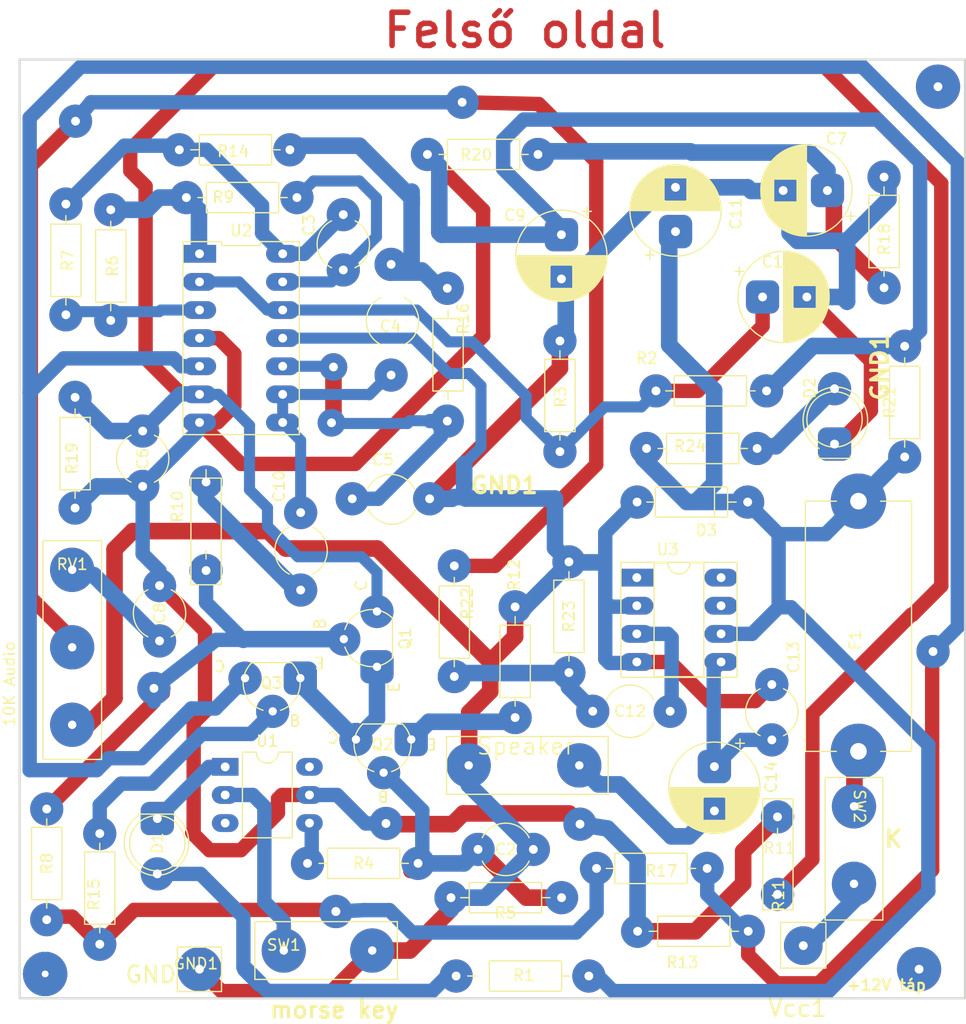
<source format=kicad_pcb>
(kicad_pcb (version 20221018) (generator pcbnew)
  (title_block (title "Sidetone-morse-voice-generator") (date "2024-02-06") (rev "0"))
  (layers (0 "F.Cu" signal) (31 "B.Cu" signal) (34 "B.Paste" user) (35 "F.Paste" user) (36 "B.SilkS" user "B.Silkscreen") (37 "F.SilkS" user "F.Silkscreen") (38 "B.Mask" user) (39 "F.Mask" user) (44 "Edge.Cuts" user))
  (net 0 "")
  (net 1 "GNDD")
  (net 2 "Net-(U2D--)")
  (net 3 "Net-(C4-Pad2)")
  (net 4 "VCC")
  (net 5 "Net-(4-8ohm1-Pad1)")
  (net 6 "Net-(SW2A-A)")
  (net 7 "Net-(Q1-E)")
  (net 8 "Net-(R4-Pad1)")
  (net 9 "Net-(D2-A)")
  (footprint "000_Other_Device:Kapcsolo_Pad_Group_2Pin_P7mm" (layer "F.Cu") (at 190.410519 118.813171 -90)
    (fp_text reference "SW2")
    (fp_text value "On/off")
  )
  (footprint "000_Capacitor:C_Radial_Ceramic_D4.5mm_P5.00mm" (layer "F.Cu") (at 156.417314 122.704366)
    (fp_text reference "C2")
    (fp_text value "20nF")
  )
  (footprint "000_Capacitor:C_Radial_Ceramic_D4.5mm_P5.00mm" (layer "F.Cu") (at 126.090442 84.908599 -90)
    (fp_text reference "C6")
    (fp_text value "10nF")
  )
  (footprint "000_Resistor:R_Axial_L6.3mm_D2.5mm_P10.0mm_Horizontal" (layer "F.Cu") (at 154.268118 97.087536 -90)
    (fp_text reference "R22")
    (fp_text value "15K")
  )
  (footprint "000_IC:DIP-14_LM324" (layer "F.Cu") (at 134.9902 76.515623 -90)
    (fp_text reference "U2")
    (fp_text value "LM324")
  )
  (footprint "000_Diode:LED_D5.0mm_P5.0_Clear" (layer "F.Cu") (at 188.651756 86.086053 90)
    (fp_text reference "D2")
    (fp_text value "Power (Green)")
  )
  (footprint "000_Capacitor:C_Radial_Ceramic_D4.5mm_P5.00mm" (layer "F.Cu") (at 140.376039 92.272996 -90)
    (fp_text reference "C10")
    (fp_text value "100nF")
  )
  (footprint "000_Capacitor:CP_Radial_Elektrolit_D8.0mm_P4.0mm_H12" (layer "F.Cu") (at 177.788441 115.225614 -90)
    (fp_text reference "C14")
    (fp_text value "100uF/16V")
  )
  (footprint "000_Transistor:TO-92_Kis_Muanyag_Hazas_Transistor" (layer "F.Cu") (at 147.277889 106.207073 90)
    (fp_text reference "Q1")
    (fp_text value "2N3904")
  )
  (footprint "000_Capacitor:CP_Radial_Elektrolit_D8.0mm_P4.0mm_H12" (layer "F.Cu") (at 182.146434 72.797679)
    (fp_text reference "C1")
    (fp_text value "100uF/16V")
  )
  (footprint "000_Resistor:R_Axial_L6.3mm_D2.5mm_P10.0mm_Horizontal" (layer "F.Cu") (at 180.797824 91.325177 180)
    (fp_text reference "D3")
    (fp_text value "1N4001")
  )
  (footprint "000_Other_Device:+Vcc" (layer "F.Cu") (at 185.826568 131.399613)
    (fp_text reference "Vcc1")
    (fp_text value "~")
  )
  (footprint "000_Resistor:Potenciometer_4Pin_P7mm" (layer "F.Cu") (at 119.715931 97.446373)
    (fp_text reference "RV1")
    (fp_text value "10K Audio")
  )
  (footprint "000_Resistor:R_Axial_L6.3mm_D2.5mm_P10.0mm_Horizontal" (layer "F.Cu") (at 123.202945 64.917871 -90)
    (fp_text reference "R6")
    (fp_text value "100K")
  )
  (footprint "000_Resistor:R_Axial_L6.3mm_D2.5mm_P10.0mm_Horizontal" (layer "F.Cu") (at 178.256399 78.880271 180)
    (fp_text reference "R2")
    (fp_text value "10 K")
  )
  (footprint "000_Resistor:R_Axial_L6.3mm_D2.5mm_P10.0mm_Horizontal" (layer "F.Cu") (at 183.495857 119.766175 -90)
    (fp_text reference "R11")
    (fp_text value "22 K")
  )
  (footprint "000_Capacitor:CP_Radial_Elektrolit_D8.0mm_P4.0mm_H12" (layer "F.Cu") (at 174.271106 66.88868 90)
    (fp_text reference "C11")
    (fp_text value "100uF/16V")
  )
  (footprint "000_Resistor:R_Axial_L6.3mm_D2.5mm_P10.0mm_Horizontal" (layer "F.Cu") (at 171.652112 86.484213)
    (fp_text reference "R24")
    (fp_text value "1K")
  )
  (footprint "000_Other_Device:GND" (layer "F.Cu") (at 131.221391 133.527714)
    (fp_text reference "GND1")
    (fp_text value "~")
  )
  (footprint "000_Resistor:R_Axial_L6.3mm_D2.5mm_P10.0mm_Horizontal" (layer "F.Cu") (at 119.976935 81.865448 -90)
    (fp_text reference "R19")
    (fp_text value "10K")
  )
  (footprint "000_Other_Device:Fuseholder_22x10mm_Horizontal" (layer "F.Cu") (at 190.814592 91.244673 -90)
    (fp_text reference "F1")
    (fp_text value "1A")
  )
  (footprint "000_Resistor:R_Axial_L6.3mm_D2.5mm_P10.0mm_Horizontal" (layer "F.Cu") (at 122.208876 131.274585 90)
    (fp_text reference "R15")
    (fp_text value "330")
  )
  (footprint "000_Resistor:R_Axial_L6.3mm_D2.5mm_P10.0mm_Horizontal" (layer "F.Cu") (at 159.719168 124.664627 180)
    (fp_text reference "R5")
    (fp_text value "220 K")
  )
  (footprint "000_Resistor:R_Axial_L6.3mm_D2.5mm_P10.0mm_Horizontal" (layer "F.Cu") (at 151.83888 59.919098)
    (fp_text reference "R20")
    (fp_text value "10K")
  )
  (footprint "000_Resistor:R_Axial_L6.3mm_D2.5mm_P10.0mm_Horizontal" (layer "F.Cu") (at 117.413425 129.054791 90)
    (fp_text reference "R8")
    (fp_text value "330")
  )
  (footprint "000_Transistor:TO-92_Kis_Muanyag_Hazas_Transistor" (layer "F.Cu") (at 140.346955 107.233582 180)
    (fp_text reference "Q3")
    (fp_text value "2N3904")
  )
  (footprint "000_Capacitor:CP_Radial_Elektrolit_D8.0mm_P4.0mm_H12" (layer "F.Cu") (at 163.954416 67.168888 -90)
    (fp_text reference "C9")
    (fp_text value "100uF/16V")
  )
  (footprint "000_Diode:LED_D5.0mm_P5.0_Clear" (layer "F.Cu") (at 127.414453 119.915707 -90)
    (fp_text reference "D1")
    (fp_text value "Red")
  )
  (footprint "000_Resistor:R_Axial_L6.3mm_D2.5mm_P10.0mm_Horizontal" (layer "F.Cu") (at 194.994471 77.246832 -90)
    (fp_text reference "R21")
    (fp_text value "10")
  )
  (footprint "000_Resistor:R_Axial_L6.3mm_D2.5mm_P10.0mm_Horizontal" (layer "F.Cu") (at 164.634792 106.729565 90)
    (fp_text reference "R23")
    (fp_text value "1K")
  )
  (footprint "000_Resistor:R_Axial_L6.3mm_D2.5mm_P10.0mm_Horizontal" (layer "F.Cu") (at 153.636247 72.0101 -90)
    (fp_text reference "R16")
    (fp_text value "33K")
  )
  (footprint "000_Resistor:R_Axial_L6.3mm_D2.5mm_P10.0mm_Horizontal" (layer "F.Cu") (at 154.43597 134.143306)
    (fp_text reference "R1")
    (fp_text value "750")
  )
  (footprint "000_Resistor:R_Axial_L6.3mm_D2.5mm_P10.0mm_Horizontal" (layer "F.Cu") (at 140.994892 123.96538)
    (fp_text reference "R4")
    (fp_text value "220 K")
  )
  (footprint "000_Resistor:R_Axial_L6.3mm_D2.5mm_P10.0mm_Horizontal" (layer "F.Cu") (at 129.402139 59.500171)
    (fp_text reference "R14")
    (fp_text value "33K")
  )
  (footprint "000_Resistor:R_Axial_L6.3mm_D2.5mm_P10.0mm_Horizontal" (layer "F.Cu") (at 159.768859 110.792774 90)
    (fp_text reference "R12")
    (fp_text value "22 K")
  )
  (footprint "000_Resistor:R_Axial_L6.3mm_D2.5mm_P10.0mm_Horizontal" (layer "F.Cu") (at 170.846268 130.100843)
    (fp_text reference "R13")
    (fp_text value "22 K")
  )
  (footprint "000_Resistor:R_Axial_L6.3mm_D2.5mm_P10.0mm_Horizontal" (layer "F.Cu") (at 119.147849 64.40479 -90)
    (fp_text reference "R7")
    (fp_text value "47K")
  )
  (footprint "000_Resistor:R_Axial_L6.3mm_D2.5mm_P10.0mm_Horizontal" (layer "F.Cu") (at 193.129813 71.963634 90)
    (fp_text reference "R18")
    (fp_text value "10K")
  )
  (footprint "000_IC:DIP-8_W7.62mm_Socket_LongPads" (layer "F.Cu") (at 170.772729 98.151761)
    (fp_text reference "U3")
    (fp_text value "LM386")
  )
  (footprint "000_Resistor:R_Axial_L6.3mm_D2.5mm_P10.0mm_Horizontal" (layer "F.Cu") (at 163.820161 86.770175 90)
    (fp_text reference "R3")
    (fp_text value "10 K")
  )
  (footprint "000_Resistor:R_Axial_L6.3mm_D2.5mm_P10.0mm_Horizontal" (layer "F.Cu") (at 131.82326 97.511118 90)
    (fp_text reference "R10")
    (fp_text value "10K")
  )
  (footprint "000_Capacitor:CP_Radial_Elektrolit_D8.0mm_P4.0mm_H12" (layer "F.Cu") (at 188.006792 63.180281 180)
    (fp_text reference "C7")
    (fp_text value "100uF/16V")
  )
  (footprint "000_Capacitor:C_Radial_Ceramic_D4.5mm_P5.00mm" (layer "F.Cu") (at 127.61483 98.870765 -90)
    (fp_text reference "C8")
    (fp_text value "100nF")
  )
  (footprint "000_Capacitor:C_Radial_Ceramic_D4.5mm_P5.00mm" (layer "F.Cu") (at 182.983028 112.809709 90)
    (fp_text reference "C13")
    (fp_text value "200nF")
  )
  (footprint "000_Capacitor:C_Radial_Ceramic_D4.5mm_P5.00mm" (layer "F.Cu") (at 144.2302 65.355623 -90)
    (fp_text reference "C3")
    (fp_text value "10 nF" hide)
  )
  (footprint "000_Resistor:R_Axial_L6.3mm_D2.5mm_P10.0mm_Horizontal" (layer "F.Cu") (at 130.0402 63.815623)
    (fp_text reference "R9")
    (fp_text value "100K" hide)
  )
  (footprint "000_Capacitor:C_Radial_Ceramic_D4.5mm_P5.00mm" (layer "F.Cu") (at 148.55466 79.852191 90)
    (fp_text reference "C4")
    (fp_text value "20nF")
  )
  (footprint "000_Other_Device:Morse_Key_Pad_Group_2Pin_P7mm" (layer "F.Cu") (at 138.847499 131.841191)
    (fp_text reference "SW1")
    (fp_text value "morse key" hide)
  )
  (footprint "000_Transistor:TO-92_Kis_Muanyag_Hazas_Transistor" (layer "F.Cu") (at 150.376039 112.772996 180)
    (fp_text reference "Q2")
    (fp_text value "2N3904")
  )
  (footprint "000_IC:DIP-6_W7.62mm_LongPads" (layer "F.Cu") (at 133.551039 115.247996)
    (fp_text reference "U1")
    (fp_text value "4N35")
  )
  (footprint "000_Other_Device:Hangszoro" (layer "F.Cu") (at 165.57109 115.116404 180)
    (fp_text reference "4-8ohm1" hide)
    (fp_text value "Speaker")
  )
  (footprint "000_Resistor:R_Axial_L6.3mm_D2.5mm_P10.0mm_Horizontal" (layer "F.Cu") (at 177.130719 124.422155 180)
    (fp_text reference "R17")
    (fp_text value "10K")
  )
  (footprint "000_Capacitor:C_Radial_Ceramic_D4.5mm_P5.00mm" (layer "F.Cu") (at 166.788441 110.225614)
    (fp_text reference "C12")
    (fp_text value "100nF")
  )
  (footprint "000_Capacitor:C_Radial_Ceramic_D4.5mm_P5.00mm" (layer "F.Cu") (at 145.03806 91.027397)
    (fp_text reference "C5")
    (fp_text value "10nF")
  )
  (gr_rect (start 114.964195 51.343209) (end 200.450807 136.154213) (stroke (width 0.2)) (fill none) (layer "Edge.Cuts"))
  (gr_text "Felső oldal" (at 147.59889 50.46677) (layer "F.Cu") (effects (font (size 3 3) (thickness 0.5) bold) (justify left bottom)))
  (gr_text "morse key" (at 137.43677 138.074254) (layer "F.SilkS") (effects (font (size 1.5 1.5) (thickness 0.3) bold) (justify left bottom)))
  (gr_text "GND" (at 124.411008 134.889103) (layer "F.SilkS") (effects (font (size 1.5 1.5) (thickness 0.2) bold) (justify left bottom)))
  (gr_text "+12V táp" (at 189.636751 135.56038) (layer "F.SilkS") (effects (font (size 1 1) (thickness 0.2) bold) (justify left bottom)))
  (gr_text "K" (at 193.020519 122.643171) (layer "F.SilkS") (effects (font (size 1.5 1.5) (thickness 0.3) bold) (justify left bottom)))
  (gr_text "GND1" (at 155.59638 90.675035) (layer "F.SilkS") (effects (font (size 1.5 1.5) (thickness 0.3) bold) (justify left bottom)))
  (gr_text "GND1" (at 193.624471 82.326832 90) (layer "F.SilkS") (effects (font (size 1.5 1.5) (thickness 0.3) bold) (justify left bottom)))
  (gr_text "R11" (at 182.161169 123.162726) (layer "F.SilkS") (effects (font (size 1 1) (thickness 0.1)) (justify left bottom)))
  (via (at 117.270994 133.957497) (size 4) (drill 0.6) (layers "F.Cu" "B.Cu") (net 0))
  (via (at 198.009001 53.798756) (size 4) (drill 0.8) (layers "F.Cu" "B.Cu") (net 0))
  (via (at 117.270994 133.957497) (size 4) (drill 0.6) (layers "F.Cu" "B.Cu") (net 0))
  (via (at 196.2968 133.527471) (size 4) (drill 0.8) (layers "F.Cu" "B.Cu") (net 0))
  (via (at 117.270994 133.957497) (size 4) (drill 0.6) (layers "F.Cu" "B.Cu") (net 0))
  (segment (start 160.777575 127.064627) (end 156.417314 122.704366) (width 1.5) (layer "F.Cu") (net 1))
  (segment (start 164.347537 71.562009) (end 163.954416 71.168888) (width 1.5) (layer "F.Cu") (net 1))
  (segment (start 188.591092 67.277517) (end 193.129813 71.816238) (width 1.5) (layer "F.Cu") (net 1))
  (segment (start 171.426542 86.353579) (end 171.355728 86.282765) (width 1.5) (layer "F.Cu") (net 1))
  (segment (start 165.635835 120.425501) (end 165.872385 120.813721) (width 1.5) (layer "F.Cu") (net 1))
  (segment (start 126.352945 62.784673) (end 126.352945 78.343191) (width 1.3) (layer "F.Cu") (net 1))
  (segment (start 176.299298 81.280271) (end 172.506399 81.280271) (width 1.3) (layer "F.Cu") (net 1))
  (segment (start 143.409369 128.166821) (end 125.31664 128.166821) (width 1.3) (layer "F.Cu") (net 1))
  (segment (start 124.968252 59.479285) (end 124.968252 61.39998) (width 1.3) (layer "F.Cu") (net 1))
  (segment (start 164.634792 96.729565) (end 164.678223 96.772996) (width 1.5) (layer "F.Cu") (net 1))
  (segment (start 147.876039 115.772996) (end 147.970793 115.772996) (width 1.3) (layer "F.Cu") (net 1))
  (segment (start 131.726039 102.981974) (end 131.726039 110.233422) (width 1.3) (layer "F.Cu") (net 1))
  (segment (start 186.645857 110.447444) (end 195.581513 101.511788) (width 1.3) (layer "F.Cu") (net 1))
  (segment (start 145.314177 87.877397) (end 134.971974 87.877397) (width 1.3) (layer "F.Cu") (net 1))
  (segment (start 183.495857 119.766175) (end 180.38949 122.872542) (width 1.5) (layer "F.Cu") (net 1))
  (segment (start 163.954416 67.168888) (end 164.658685 66.464619) (width 1.5) (layer "F.Cu") (net 1))
  (segment (start 120.998017 111.587601) (end 123.546619 109.038999) (width 1.5) (layer "F.Cu") (net 1))
  (segment (start 177.327309 109.309709) (end 173.789361 105.771761) (width 1.3) (layer "F.Cu") (net 1))
  (segment (start 180.38949 125.775369) (end 176.064016 130.100843) (width 1.5) (layer "F.Cu") (net 1))
  (segment (start 190.814592 91.199463) (end 190.814592 91.244673) (width 1.5) (layer "F.Cu") (net 1))
  (segment (start 167.104416 87.940693) (end 167.104416 60.561915) (width 1.3) (layer "F.Cu") (net 1))
  (segment (start 178.392729 105.771761) (end 178.853551 105.771761) (width 1.3) (layer "F.Cu") (net 1))
  (segment (start 132.136216 122.777996) (end 134.965862 122.777996) (width 1.3) (layer "F.Cu") (net 1))
  (segment (start 182.983028 107.809709) (end 181.483028 109.309709) (width 1.3) (layer "F.Cu") (net 1))
  (segment (start 131.2302 76.515623) (end 132.961586 76.515623) (width 1.3) (layer "F.Cu") (net 1))
  (segment (start 174.271106 66.88868) (end 173.70545 67.454336) (width 1.5) (layer "F.Cu") (net 1))
  (segment (start 191.938441 83.075614) (end 188.928002 86.086053) (width 1.3) (layer "F.Cu") (net 1))
  (segment (start 154.099984 120.425501) (end 148.47839 120.425501) (width 1.5) (layer "F.Cu") (net 1))
  (segment (start 198.300807 62.532459) (end 187.761557 51.993209) (width 1.3) (layer "F.Cu") (net 1))
  (segment (start 167.104416 60.561915) (end 161.903999 55.361498) (width 1.3) (layer "F.Cu") (net 1))
  (segment (start 134.3802 82.610446) (end 132.855023 84.135623) (width 1.3) (layer "F.Cu") (net 1))
  (segment (start 123.232785 109.352833) (end 123.546619 109.038999) (width 1.5) (layer "F.Cu") (net 1))
  (segment (start 182.146434 72.797679) (end 182.146434 75.433135) (width 1.3) (layer "F.Cu") (net 1))
  (segment (start 180.480335 130.100843) (end 180.846268 130.100843) (width 1.3) (layer "F.Cu") (net 1))
  (segment (start 173.789361 105.771761) (end 170.772729 105.771761) (width 1.3) (layer "F.Cu") (net 1))
  (segment (start 161.83888 59.919098) (end 162.119298 59.63868) (width 1.5) (layer "F.Cu") (net 1))
  (segment (start 151.83888 59.919098) (end 156.876133 64.956351) (width 1.3) (layer "F.Cu") (net 1))
  (segment (start 127.107598 108.155948) (end 127.916911 108.587582) (width 1.3) (layer "F.Cu") (net 1))
  (segment (start 188.591092 63.764581) (end 188.591092 67.277517) (width 1.5) (layer "F.Cu") (net 1))
  (segment (start 191.938441 78.589686) (end 191.938441 83.075614) (width 1.3) (layer "F.Cu") (net 1))
  (segment (start 124.968252 61.39998) (end 126.352945 62.784673) (width 1.3) (layer "F.Cu") (net 1))
  (segment (start 183.495857 126.766175) (end 186.645857 123.616175) (width 1.3) (layer "F.Cu") (net 1))
  (segment (start 180.846268 130.100843) (end 180.846268 132.246371) (width 1.3) (layer "F.Cu") (net 1))
  (segment (start 182.146434 75.433135) (end 176.299298 81.280271) (width 1.3) (layer "F.Cu") (net 1))
  (segment (start 130.701039 111.258422) (end 130.701039 121.342819) (width 1.3) (layer "F.Cu") (net 1))
  (segment (start 123.546619 95.596054) (end 125.192534 93.950139) (width 1.5) (layer "F.Cu") (net 1))
  (segment (start 138.321039 119.422819) (end 138.321039 118.137996) (width 1.3) (layer "F.Cu") (net 1))
  (segment (start 180.38949 122.872542) (end 180.38949 125.775369) (width 1.5) (layer "F.Cu") (net 1))
  (segment (start 163.954416 66.489407) (end 163.954416 67.168888) (width 1.3) (layer "F.Cu") (net 1))
  (segment (start 127.61483 98.870765) (end 131.726039 102.981974) (width 1.3) (layer "F.Cu") (net 1))
  (segment (start 115.9766 60.956268) (end 115.9766 99.968374) (width 1.3) (layer "F.Cu") (net 1))
  (segment (start 129.402139 59.500171) (end 129.030952 59.128984) (width 1.3) (layer "F.Cu") (net 1))
  (segment (start 125.31664 128.166821) (end 122.208876 131.274585) (width 1.3) (layer "F.Cu") (net 1))
  (segment (start 164.634792 96.729565) (end 164.634792 96.836152) (width 1.5) (layer "F.Cu") (net 1))
  (segment (start 143.342797 79.122595) (end 143.342797 83.983542) (width 1.5) (layer "F.Cu") (net 1))
  (segment (start 163.969168 127.064627) (end 160.777575 127.064627) (width 1.5) (layer "F.Cu") (net 1))
  (segment (start 183.39951 134.799613) (end 187.243602 134.799613) (width 1.3) (layer "F.Cu") (net 1))
  (segment (start 186.645857 123.616175) (end 186.645857 110.447444) (width 1.3) (layer "F.Cu") (net 1))
  (segment (start 120.017488 56.91538) (end 115.9766 60.956268) (width 1.3) (layer "F.Cu") (net 1))
  (segment (start 132.136216 122.777996) (end 130.564453 121.206233) (width 1.3) (layer "F.Cu") (net 1))
  (segment (start 157.518118 105.741341) (end 157.518118 108.433731) (width 1.5) (layer "F.Cu") (net 1))
  (segment (start 157.518118 108.433731) (end 155.614313 110.337536) (width 1.5) (layer "F.Cu") (net 1))
  (segment (start 163.820161 79.245296) (end 152.03806 91.027397) (width 1.5) (layer "F.Cu") (net 1))
  (segment (start 154.268118 97.087536) (end 157.957573 97.087536) (width 1.3) (layer "F.Cu") (net 1))
  (segment (start 150.994892 123.96538) (end 151.483123 123.96538) (width 1.5) (layer "F.Cu") (net 1))
  (segment (start 184.006792 63.180281) (end 184.591092 63.764581) (width 1.5) (layer "F.Cu") (net 1))
  (segment (start 167.13949 124.429174) (end 167.268051 124.557735) (width 1.5) (layer "F.Cu") (net 1))
  (segment (start 193.521792 62.355613) (end 193.129813 61.963634) (width 1.5) (layer "F.Cu") (net 1))
  (segment (start 133.19789 135.504213) (end 131.221391 133.527714) (width 1.3) (layer "F.Cu") (net 1))
  (segment (start 126.352945 78.343191) (end 129.515377 81.505623) (width 1.3) (layer "F.Cu") (net 1))
  (segment (start 131.2202 68.885623) (end 131.2302 68.885623) (width 1.5) (layer "F.Cu") (net 1))
  (segment (start 186.146434 72.797679) (end 191.938441 78.589686) (width 1.3) (layer "F.Cu") (net 1))
  (segment (start 198.300807 98.902512) (end 198.300807 62.532459) (width 1.3) (layer "F.Cu") (net 1))
  (segment (start 139.029844 95.522996) (end 147.299773 95.522996) (width 1.5) (layer "F.Cu") (net 1))
  (segment (start 155.071119 119.454366) (end 154.099984 120.425501) (width 1.5) (layer "F.Cu") (net 1))
  (segment (start 123.546619 109.038999) (end 123.546619 95.596054) (width 1.5) (layer "F.Cu") (net 1))
  (segment (start 132.454328 51.993209) (end 124.968252 59.479285) (width 1.3) (layer "F.Cu") (net 1))
  (segment (start 115.9766 99.968374) (end 119.715931 103.707705) (width 1.3) (layer "F.Cu") (net 1))
  (segment (start 161.903999 55.361498) (end 154.979828 55.20611) (width 1.3) (layer "F.Cu") (net 1))
  (segment (start 137.456987 93.950139) (end 139.029844 95.522996) (width 1.5) (layer "F.Cu") (net 1))
  (segment (start 173.922729 110.091326) (end 173.788441 110.225614) (width 1.3) (layer "F.Cu") (net 1))
  (segment (start 176.064016 130.100843) (end 170.846268 130.100843) (width 1.5) (layer "F.Cu") (net 1))
  (segment (start 194.994471 87.246832) (end 194.767223 87.246832) (width 1.5) (layer "F.Cu") (net 1))
  (segment (start 180.846268 132.246371) (end 183.39951 134.799613) (width 1.3) (layer "F.Cu") (net 1))
  (segment (start 157.957573 97.087536) (end 167.104416 87.940693) (width 1.3) (layer "F.Cu") (net 1))
  (segment (start 119.715472 128.781181) (end 117.687035 128.781181) (width 1.3) (layer "F.Cu") (net 1))
  (segment (start 120.017488 56.91538) (end 119.784406 56.837686) (width 1.3) (layer "F.Cu") (net 1))
  (segment (start 191.730429 92.16051) (end 190.814592 91.244673) (width 1.5) (layer "F.Cu") (net 1))
  (segment (start 125.192534 93.950139) (end 137.456987 93.950139) (width 1.5) (layer "F.Cu") (net 1))
  (segment (start 139.951418 99.272996) (end 140.376039 99.272996) (width 1.5) (layer "F.Cu") (net 1))
  (segment (start 155.614313 110.337536) (end 155.614313 115.237995) (width 1.5) (layer "F.Cu") (net 1))
  (segment (start 119.147849 74.40479) (end 119.427548 74.125091) (width 1) (layer "F.Cu") (net 1))
  (segment (start 132.961586 76.515623) (end 134.3802 77.934237) (width 1.3) (layer "F.Cu") (net 1))
  (segment (start 166.788441 110.185398) (end 166.788441 110.225614) (width 1.5) (layer "F.Cu") (net 1))
  (segment (start 197.480682 124.562533) (end 197.480682 104.905929) (width 1.3) (layer "F.Cu") (net 1))
  (segment (start 134.3802 77.934237) (end 134.3802 82.610446) (width 1.3) (layer "F.Cu") (net 1))
  (segment (start 131.2302 79.055623) (end 131.040025 78.865448) (width 1) (layer "F.Cu") (net 1))
  (segment (start 159.768859 100.792774) (end 159.768859 103.4906) (width 1.5) (layer "F.Cu") (net 1))
  (segment (start 131.726039 110.233422) (end 130.701039 111.258422) (width 1.3) (layer "F.Cu") (net 1))
  (segment (start 122.410165 74.125091) (end 123.202945 74.917871) (width 1) (layer "F.Cu") (net 1))
  (segment (start 194.994471 77.246832) (end 194.973253 77.225614) (width 1.5) (layer "F.Cu") (net 1))
  (segment (start 134.971974 87.877397) (end 131.2302 84.135623) (width 1.3) (layer "F.Cu") (net 1))
  (segment (start 141.171039 117.787996) (end 138.671039 117.787996) (width 1.3) (layer "F.Cu") (net 1))
  (segment (start 156.876133 76.315441) (end 145.314177 87.877397) (width 1.3) (layer "F.Cu") (net 1))
  (segment (start 164.6647 119.454366) (end 155.071119 119.454366) (width 1.5) (layer "F.Cu") (net 1))
  (segment (start 177.726039 115.163212) (end 177.788441 115.225614) (width 1.3) (layer "F.Cu") (net 1))
  (segment (start 195.581513 101.511788) (end 195.691531 101.511788) (width 1.3) (layer "F.Cu") (net 1))
  (segment (start 127.107598 109.360618) (end 117.413425 119.054791) (width 1.3) (layer "F.Cu") (net 1))
  (segment (start 156.876133 64.956351) (end 156.876133 76.315441) (width 1.3) (layer "F.Cu") (net 1))
  (segment (start 153.969168 128.11669) (end 150.244667 131.841191) (width 1.5) (layer "F.Cu") (net 1))
  (segment (start 171.355728 86.282765) (end 171.355728 87.390122) (width 1.5) (layer "F.Cu") (net 1))
  (segment (start 195.691531 101.511788) (end 198.300807 98.902512) (width 1.3) (layer "F.Cu") (net 1))
  (segment (start 163.820161 76.770175) (end 163.820161 79.245296) (width 1.5) (layer "F.Cu") (net 1))
  (segment (start 187.761557 51.993209) (end 132.454328 51.993209) (width 1.3) (layer "F.Cu") (net 1))
  (segment (start 130.701039 121.342819) (end 132.136216 122.777996) (width 1.3) (layer "F.Cu") (net 1))
  (segment (start 122.208876 131.274585) (end 119.715472 128.781181) (width 1.3) (layer "F.Cu") (net 1))
  (segment (start 163.820161 76.770175) (end 164.347537 76.242799) (width 1.5) (layer "F.Cu") (net 1))
  (segment (start 150.994892 123.96538) (end 150.29609 124.664182) (width 1.3) (layer "F.Cu") (net 1))
  (segment (start 159.768859 103.4906) (end 157.518118 105.741341) (width 1.5) (layer "F.Cu") (net 1))
  (segment (start 143.184477 135.504213) (end 133.19789 135.504213) (width 1.3) (layer "F.Cu") (net 1))
  (segment (start 131.179716 68.845139) (end 131.2202 68.885623) (width 1.5) (layer "F.Cu") (net 1))
  (segment (start 182.506399 81.280271) (end 182.506399 81.146886) (width 1.3) (layer "F.Cu") (net 1))
  (segment (start 146.847499 131.841191) (end 143.184477 135.504213) (width 1.3) (layer "F.Cu") (net 1))
  (segment (start 181.483028 109.309709) (end 177.327309 109.309709) (width 1.3) (layer "F.Cu") (net 1))
  (segment (start 160.67817 100.792774) (end 159.768859 100.792774) (width 1.5) (layer "F.Cu") (net 1))
  (segment (start 147.299773 95.522996) (end 157.518118 105.741341) (width 1.5) (layer "F.Cu") (net 1))
  (segment (start 164.634792 106.729565) (end 164.591361 106.772996) (width 1.5) (layer "F.Cu") (net 1))
  (segment (start 173.23557 62.88868) (end 174.271106 62.88868) (width 1.5) (layer "F.Cu") (net 1))
  (segment (start 154.582658 106.772996) (end 154.268118 107.087536) (width 1.5) (layer "F.Cu") (net 1))
  (segment (start 151.376039 123.584233) (end 150.994892 123.96538) (width 1.3) (layer "F.Cu") (net 1))
  (segment (start 134.965862 122.777996) (end 138.321039 119.422819) (width 1.3) (layer "F.Cu") (net 1))
  (segment (start 159.768859 110.792774) (end 159.387745 111.173888) (width 1.5) (layer "F.Cu") (net 1))
  (segment (start 138.321039 118.137996) (end 138.671039 117.787996) (width 1.3) (layer "F.Cu") (net 1))
  (segment (start 150.244667 131.841191) (end 146.847499 131.841191) (width 1.5) (layer "F.Cu") (net 1))
  (segment (start 187.243602 134.799613) (end 197.480682 124.562533) (width 1.3) (layer "F.Cu") (net 1))
  (segment (start 143.558797 128.316249) (end 143.511433 128.191191) (width 1.3) (layer "F.Cu") (net 1))
  (via (at 148.089919 120.360756) (size 3) (drill 0.8) (layers "F.Cu" "B.Cu") (net 1))
  (via (at 143.558797 128.316249) (size 3) (drill 0.8) (layers "F.Cu" "B.Cu") (net 1))
  (via (at 127.107598 108.155948) (size 3) (drill 0.8) (layers "F.Cu" "B.Cu") (net 1))
  (via (at 143.164414 84.161925) (size 2.5) (drill 0.8) (layers "F.Cu" "B.Cu") (net 1))
  (via (at 120.017488 56.91538) (size 3) (drill 0.8) (layers "F.Cu" "B.Cu") (net 1))
  (via (at 197.558376 104.828235) (size 3) (drill 0.8) (layers "F.Cu" "B.Cu") (net 1))
  (via (at 143.558797 128.316249) (size 3) (drill 0.8) (layers "F.Cu" "B.Cu") (net 1))
  (via (at 165.635835 120.425501) (size 3) (drill 0.8) (layers "F.Cu" "B.Cu") (net 1))
  (via (at 154.979828 55.20611) (size 3) (drill 0.8) (layers "F.Cu" "B.Cu") (net 1))
  (via (at 143.342797 79.122595) (size 2.5) (drill 0.8) (layers "F.Cu" "B.Cu") (net 1))
  (segment (start 155.160923 90.875946) (end 154.217432 90.875946) (width 1.5) (layer "B.Cu") (net 1))
  (segment (start 186.146434 72.797679) (end 189.360506 72.797679) (width 1.5) (layer "B.Cu") (net 1))
  (segment (start 191.168877 51.993209) (end 199.800807 60.625139) (width 1.3) (layer "B.Cu") (net 1))
  (segment (start 135.7502 90.218106) (end 137.376039 91.843945) (width 1) (layer "B.Cu") (net 1))
  (segment (start 171.185795 82.730143) (end 172.745475 81.170463) (width 1) (layer "B.Cu") (net 1))
  (segment (start 132.958545 81.595623) (end 135.7502 84.387278) (width 1) (layer "B.Cu") (net 1))
  (segment (start 153.785417 79.71592) (end 155.584708 79.71592) (width 1) (layer "B.Cu") (net 1))
  (segment (start 194.767223 87.246832) (end 190.814592 91.199463) (width 1.5) (layer "B.Cu") (net 1))
  (segment (start 167.13949 128.349078) (end 165.273941 130.214627) (width 1.3) (layer "B.Cu") (net 1))
  (segment (start 152.911462 60.99168) (end 152.911462 66.973307) (width 1.5) (layer "B.Cu") (net 1))
  (segment (start 150.58512 76.515623) (end 153.785417 79.71592) (width 1) (layer "B.Cu") (net 1))
  (segment (start 140.376039 85.761462) (end 140.376039 92.272996) (width 1) (layer "B.Cu") (net 1))
  (segment (start 137.376039 91.843945) (end 137.376039 93.515637) (width 1) (layer "B.Cu") (net 1))
  (segment (start 153.05749 84.390221) (end 153.05749 85.361398) (width 1.3) (layer "B.Cu") (net 1))
  (segment (start 115.872338 81.421772) (end 115.872338 115.545017) (width 1.3) (layer "B.Cu") (net 1))
  (segment (start 135.197499 133.353071) (end 135.197499 128.802084) (width 1.3) (layer "B.Cu") (net 1))
  (segment (start 152.281959 135.491191) (end 137.335619 135.491191) (width 1.3) (layer "B.Cu") (net 1))
  (segment (start 140.130511 96.270109) (end 145.873152 96.270109) (width 1) (layer "B.Cu") (net 1))
  (segment (start 131.311122 124.915707) (end 127.414453 124.915707) (width 1.3) (layer "B.Cu") (net 1))
  (segment (start 164.634792 96.729565) (end 163.376039 95.470812) (width 1.5) (layer "B.Cu") (net 1))
  (segment (start 138.7502 79.055623) (end 142.204137 79.055623) (width 1) (layer "B.Cu") (net 1))
  (segment (start 131.2302 81.595623) (end 129.403418 81.595623) (width 1.3) (layer "B.Cu") (net 1))
  (segment (start 155.160923 87.887995) (end 155.160923 90.875946) (width 1.5) (layer "B.Cu") (net 1))
  (segment (start 175.284262 91.318656) (end 176.094294 91.318656) (width 1.5) (layer "B.Cu") (net 1))
  (segment (start 136.672267 134.827838) (end 135.197499 133.353071) (width 1.3) (layer "B.Cu") (net 1))
  (segment (start 148.089919 120.360756) (end 148.3489 120.425501) (width 1.5) (layer "B.Cu") (net 1))
  (segment (start 130.487952 109.972996) (end 132.676039 109.972996) (width 1.3) (layer "B.Cu") (net 1))
  (segment (start 177.726039 106.438451) (end 177.726039 115.163212) (width 1.3) (layer "B.Cu") (net 1))
  (segment (start 193.129813 71.816238) (end 193.129813 71.963634) (width 1.5) (layer "B.Cu") (net 1))
  (segment (start 129.030952 59.128984) (end 124.423655 59.128984) (width 1.3) (layer "B.Cu") (net 1))
  (segment (start 188.006792 61.356269) (end 188.006792 63.180281) (width 1.5) (layer "B.Cu") (net 1))
  (segment (start 187.833651 94.225614) (end 190.814592 91.244673) (width 1.3) (layer "B.Cu") (net 1))
  (segment (start 173.572729 103.231761) (end 173.922729 103.581761) (width 1.3) (layer "B.Cu") (net 1))
  (segment (start 135.876039 112.272996) (end 131.440643 112.272996) (width 1.3) (layer "B.Cu") (net 1))
  (segment (start 115.872338 81.421772) (end 115.872338 56.605757) (width 1.3) (layer "B.Cu") (net 1))
  (segment (start 166.443962 133.329188) (end 168.618987 135.504213) (width 1.3) (layer "B.Cu") (net 1))
  (segment (start 153.636247 84.0101) (end 150.252658 83.968999) (width 1) (layer "B.Cu") (net 1))
  (segment (start 153.750116 76.852191) (end 155.894788 76.852191) (width 1) (layer "B.Cu") (net 1))
  (segment (start 131.82326 90.511118) (end 131.82326 91.144838) (width 1.5) (layer "B.Cu") (net 1))
  (segment (start 126.474361 64.917871) (end 123.202945 64.917871) (width 1.5) (layer "B.Cu") (net 1))
  (segment (start 164.634792 106.729565) (end 164.634792 108.031749) (width 1.5) (layer "B.Cu") (net 1))
  (segment (start 131.440643 112.272996) (end 126.947932 116.765707) (width 1.3) (layer "B.Cu") (net 1))
  (segment (start 148.3489 120.425501) (end 148.413645 120.425501) (width 1.5) (layer "B.Cu") (net 1))
  (segment (start 142.463276 83.900449) (end 142.788441 84.225614) (width 1) (layer "B.Cu") (net 1))
  (segment (start 150.873548 73.975623) (end 153.750116 76.852191) (width 1) (layer "B.Cu") (net 1))
  (segment (start 123.020086 84.908599) (end 119.976935 81.865448) (width 1.5) (layer "B.Cu") (net 1))
  (segment (start 177.763963 89.648987) (end 176.094294 91.318656) (width 1.5) (layer "B.Cu") (net 1))
  (segment (start 154.443962 133.329188) (end 152.281959 135.491191) (width 1.3) (layer "B.Cu") (net 1))
  (segment (start 137.093408 127.432501) (end 138.847499 129.186592) (width 1.3) (layer "B.Cu") (net 1))
  (segment (start 194.994471 77.246832) (end 196.392964 75.848339) (width 1.3) (layer "B.Cu") (net 1))
  (segment (start 126.090442 84.908599) (end 123.020086 84.908599) (width 1.5) (layer "B.Cu") (net 1))
  (segment (start 184.591092 63.764581) (end 184.591092 67.028265) (width 1.5) (layer "B.Cu") (net 1))
  (segment (start 164.347537 76.242799) (end 164.347537 71.562009) (width 1.5) (layer "B.Cu") (net 1))
  (segment (start 136.8902 64.515623) (end 131.874748 59.500171) (width 1.3) (layer "B.Cu") (net 1))
  (segment (start 192.537446 56.769098) (end 160.534107 56.769098) (width 1.3) (layer "B.Cu") (net 1))
  (segment (start 164.678223 96.772996) (end 167.486035 96.772996) (width 1.5) (layer "B.Cu") (net 1))
  (segment (start 134.797509 71.435623) (end 137.337509 73.975623) (width 1) (layer "B.Cu") (net 1))
  (segment (start 154.979828 55.20611) (end 154.902134 55.361498) (width 1.3) (layer "B.Cu") (net 1))
  (segment (start 161.417314 122.704366) (end 157.057053 127.064627) (width 1.5) (layer "B.Cu") (net 1))
  (segment (start 144.277889 103.707073) (end 135.253689 103.707073) (width 1.5) (layer "B.Cu") (net 1))
  (segment (start 178.392729 103.231761) (end 181.192729 103.231761) (width 1.3) (layer "B.Cu") (net 1))
  (segment (start 150.252658 83.968999) (end 150.261438 84.0101) (width 1) (layer "B.Cu") (net 1))
  (segment (start 177.763963 81.216139) (end 177.763963 89.648987) (width 1.5) (layer "B.Cu") (net 1))
  (segment (start 129.403418 81.595623) (end 126.090442 84.908599) (width 1.3) (layer "B.Cu") (net 1))
  (segment (start 127.61483 97.540006) (end 127.61483 98.870765) (width 1.3) (layer "B.Cu") (net 1))
  (segment (start 185.288441 67.725614) (end 189.788441 67.725614) (width 1.5) (layer "B.Cu") (net 1))
  (segment (start 164.634792 96.836152) (end 160.67817 100.792774) (width 1.5) (layer "B.Cu") (net 1))
  (segment (start 160.77087 83.720884) (end 163.820161 86.770175) (width 1) (layer "B.Cu") (net 1))
  (segment (start 162.119298 59.63868) (end 175.617301 59.63868) (width 1.5) (layer "B.Cu") (net 1))
  (segment (start 164.591361 106.772996) (end 154.582658 106.772996) (width 1.5) (layer "B.Cu") (net 1))
  (segment (start 137.376039 110.772996) (end 135.876039 112.272996) (width 1.3) (layer "B.Cu") (net 1))
  (segment (start 136.051039 117.787996) (end 137.093408 118.830365) (width 1.3) (layer "B.Cu") (net 1))
  (segment (start 132.676039 109.972996) (end 134.876039 107.772996) (width 1.3) (layer "B.Cu") (net 1))
  (segment (start 177.13949 126.759998) (end 180.480335 130.100843) (width 1.3) (layer "B.Cu") (net 1))
  (segment (start 189.788441 67.725614) (end 193.521792 63.992263) (width 1.5) (layer "B.Cu") (net 1))
  (segment (start 155.152229 123.969451) (end 156.417314 122.704366) (width 1.5) (layer "B.Cu") (net 1))
  (segment (start 133.551039 117.787996) (end 136.051039 117.787996) (width 1.3) (layer "B.Cu") (net 1))
  (segment (start 199.800807 60.625139) (end 199.800807 102.585804) (width 1.3) (layer "B.Cu") (net 1))
  (segment (start 154.065981 91.027397) (end 152.03806 91.027397) (width 1.5) (layer "B.Cu") (net 1))
  (segment (start 131.82326 91.144838) (end 139.951418 99.272996) (width 1.5) (layer "B.Cu") (net 1))
  (segment (start 148.406161 128.191191) (end 146.122702 128.191191) (width 1.3) (layer "B.Cu") (net 1))
  (segment (start 142.788441 84.225614) (end 150.045924 84.225614) (width 1) (layer "B.Cu") (net 1))
  (segment (start 137.337509 73.975623) (end 138.7502 73.975623) (width 1) (layer "B.Cu") (net 1))
  (segment (start 176.094294 91.318656) (end 180.688067 91.318656) (width 1.5) (layer "B.Cu") (net 1))
  (segment (start 146.581527 81.605623) (end 138.7502 81.605623) (width 1) (layer "B.Cu") (net 1))
  (segment (start 135.253689 103.707073) (end 135.187766 103.772996) (width 1.5) (layer "B.Cu") (net 1))
  (segment (start 174.271106 62.88868) (end 180.788441 62.88868) (width 1.5) (layer "B.Cu") (net 1))
  (segment (start 131.2302 73.975623) (end 127.736609 73.975623) (width 1) (layer "B.Cu") (net 1))
  (segment (start 173.922729 103.581761) (end 173.922729 110.091326) (width 1.3) (layer "B.Cu") (net 1))
  (segment (start 156.680866 86.368052) (end 155.160923 87.887995) (width 1) (layer "B.Cu") (net 1))
  (segment (start 124.423655 59.128984) (end 119.147849 64.40479) (width 1.3) (layer "B.Cu") (net 1))
  (segment (start 127.107598 108.155948) (end 127.107598 109.360618) (width 1.3) (layer "B.Cu") (net 1))
  (segment (start 153.969168 127.064627) (end 153.969168 128.11669) (width 1.5) (layer "B.Cu") (net 1))
  (segment (start 126.090442 96.015618) (end 127.61483 97.540006) (width 1.3) (layer "B.Cu") (net 1))
  (segment (start 180.95545 63.055689) (end 180.788441 62.88868) (width 1.5) (layer "B.Cu") (net 1))
  (segment (start 193.521792 63.992263) (end 193.521792 62.355613) (width 1.5) (layer "B.Cu") (net 1))
  (segment (start 167.918067 105.508656) (end 167.918067 100.318656) (width 1.3) (layer "B.Cu") (net 1))
  (segment (start 196.392964 75.848339) (end 196.392964 60.624616) (width 1.3) (layer "B.Cu") (net 1))
  (segment (start 131.82326 100.40849) (end 131.82326 97.511118) (width 1.3) (layer "B.Cu") (net 1))
  (segment (start 163.376039 95.470812) (end 163.376039 91.006577) (width 1.5) (layer "B.Cu") (net 1))
  (segment (start 137.335619 135.491191) (end 136.672267 134.827838) (width 1.3) (layer "B.Cu") (net 1))
  (segment (start 140.6902 68.895623) (end 138.7502 68.895623) (width 1.3) (layer "B.Cu") (net 1))
  (segment (start 147.970793 115.772996) (end 151.376039 119.178242) (width 1.3) (layer "B.Cu") (net 1))
  (segment (start 135.187766 103.772996) (end 131.82326 100.40849) (width 1.3) (layer "B.Cu") (net 1))
  (segment (start 121.415981 55.20611) (end 120.017488 56.91538) (width 1.3) (layer "B.Cu") (net 1))
  (segment (start 170.772729 103.231761) (end 173.572729 103.231761) (width 1.3) (layer "B.Cu") (net 1))
  (segment (start 154.217432 90.875946) (end 154.065981 91.027397) (width 1.5) (layer "B.Cu") (net 1))
  (segment (start 148.089919 120.360756) (end 146.243799 120.360756) (width 1.3) (layer "B.Cu") (net 1))
  (segment (start 153.05749 85.361398) (end 147.391491 91.027397) (width 1.3) (layer "B.Cu") (net 1))
  (segment (start 125.995241 114.465707) (end 130.487952 109.972996) (width 1.3) (layer "B.Cu") (net 1))
  (segment (start 131.2302 71.435623) (end 134.797509 71.435623) (width 1) (layer "B.Cu") (net 1))
  (segment (start 121.932477 115.545017) (end 123.011787 114.465707) (width 1.3) (layer "B.Cu") (net 1))
  (segment (start 163.954416 71.168888) (end 164.989952 71.168888) (width 1.5) (layer "B.Cu") (net 1))
  (segment (start 159.387745 111.173888) (end 151.975147 111.173888) (width 1.5) (layer "B.Cu") (net 1))
  (segment (start 138.7502 76.515623) (end 150.58512 76.515623) (width 1) (layer "B.Cu") (net 1))
  (segment (start 168.378067 100.778656) (end 167.918067 100.318656) (width 1.3) (layer "B.Cu") (net 1))
  (segment (start 173.70545 77.157626) (end 177.763963 81.216139) (width 1.5) (layer "B.Cu") (net 1))
  (segment (start 137.093408 118.830365) (end 137.093408 127.432501) (width 1.3) (layer "B.Cu") (net 1))
  (segment (start 175.727413 59.748792) (end 186.399315 59.748792) (width 1.5) (layer "B.Cu") (net 1))
  (segment (start 145.873152 96.270109) (end 147.277889 97.674846) (width 1) (layer "B.Cu") (net 1))
  (segment (start 197.480682 104.905929) (end 197.558376 104.828235) (width 1.3) (layer "B.Cu") (net 1))
  (segment (start 163.376039 91.006577) (end 155.291554 91.006577) (width 1.5) (layer "B.Cu") (net 1))
  (segment (start 181.125375 63.225614) (end 184.591092 63.225614) (width 1.5) (layer "B.Cu") (net 1))
  (segment (start 153.636247 84.0101) (end 152.055357 84.0101) (width 1.3) (layer "B.Cu") (net 1))
  (segment (start 131.874748 59.500171) (end 129.402139 59.500171) (width 1.3) (layer "B.Cu") (net 1))
  (segment (start 175.617301 59.63868) (end 175.727413 59.748792) (width 1.5) (layer "B.Cu") (net 1))
  (segment (start 158.68888 61.223871) (end 163.954416 66.489407) (width 1.3) (layer "B.Cu") (net 1))
  (segment (start 143.342797 83.983542) (end 143.164414 84.161925) (width 1.5) (layer "B.Cu") (net 1))
  (segment (start 156.680866 80.812078) (end 156.680866 86.368052) (width 1) (layer "B.Cu") (net 1))
  (segment (start 132.731497 103.772996) (end 127.107598 108.155948) (width 1.3) (layer "B.Cu") (net 1))
  (segment (start 199.800807 102.585804) (end 197.558376 104.828235) (width 1.3) (layer "B.Cu") (net 1))
  (segment (start 186.399315 59.748792) (end 188.006792 61.356269) (width 1.5) (layer "B.Cu") (net 1))
  (segment (start 137.376039 93.515637) (end 140.130511 96.270109) (width 1) (layer "B.Cu") (net 1))
  (segment (start 154.979828 55.20611) (end 121.415981 55.20611) (width 1.3) (layer "B.Cu") (net 1))
  (segment (start 138.7502 73.975623) (end 150.873548 73.975623) (width 1) (layer "B.Cu") (net 1))
  (segment (start 135.372143 133.527714) (end 136.672267 134.827838) (width 1.5) (layer "B.Cu") (net 1))
  (segment (start 171.068067 105.858656) (end 168.268067 105.858656) (width 1.3) (layer "B.Cu") (net 1))
  (segment (start 164.989952 71.168888) (end 167.204416 68.954424) (width 1.5) (layer "B.Cu") (net 1))
  (segment (start 130.0402 63.815623) (end 131.179716 64.955139) (width 1.5) (layer "B.Cu") (net 1))
  (segment (start 122.208876 118.694157) (end 122.208876 121.274585) (width 1.3) (layer "B.Cu") (net 1))
  (segment (start 150.429597 130.214627) (end 148.406161 128.191191) (width 1.3) (layer "B.Cu") (net 1))
  (segment (start 146.243799 120.360756) (end 143.671039 117.787996) (width 1.3) (layer "B.Cu") (net 1))
  (segment (start 183.595025 94.225614) (end 187.833651 94.225614) (width 1.3) (layer "B.Cu") (net 1))
  (segment (start 123.011787 114.465707) (end 125.995241 114.465707) (width 1.3) (layer "B.Cu") (net 1))
  (segment (start 197.132677 113.244493) (end 184.717649 100.829465) (width 1.3) (layer "B.Cu") (net 1))
  (segment (start 121.933784 89.908599) (end 119.976935 91.865448) (width 1.5) (layer "B.Cu") (net 1))
  (segment (start 138.7502 68.895623) (end 136.8902 67.035623) (width 1.3) (layer "B.Cu") (net 1))
  (segment (start 158.68888 58.614325) (end 158.68888 61.223871) (width 1.3) (layer "B.Cu") (net 1))
  (segment (start 151.483123 123.96538) (end 151.487194 123.969451) (width 1.5) (layer "B.Cu") (net 1))
  (segment (start 148.53115 79.679157) (end 146.573383 81.636924) (width 1) (layer "B.Cu") (net 1))
  (segment (start 126.090442 89.908599) (end 121.933784 89.908599) (width 1.5) (layer "B.Cu") (net 1))
  (segment (start 132.082164 115.247996) (end 127.414453 119.915707) (width 1.3) (layer "B.Cu") (net 1))
  (segment (start 131.2302 84.135623) (end 131.2302 84.768841) (width 1.3) (layer "B.Cu") (net 1))
  (segment (start 143.671039 117.787996) (end 141.171039 117.787996) (width 1.3) (layer "B.Cu") (net 1))
  (segment (start 178.392729 105.771761) (end 177.726039 106.438451) (width 1.3) (layer "B.Cu") (net 1))
  (segment (start 138.7502 81.595623) (end 138.7502 84.135623) (width 1) (layer "B.Cu") (net 1))
  (segment (start 167.918067 100.318656) (end 167.918067 94.088656) (width 1.3) (layer "B.Cu") (net 1))
  (segment (start 167.204416 68.954424) (end 167.204416 68.919834) (width 1.5) (layer "B.Cu") (net 1))
  (segment (start 115.872338 56.605757) (end 120.484886 51.993209) (width 1.3) (layer "B.Cu") (net 1))
  (segment (start 148.47839 120.425501) (end 148.089919 120.360756) (width 1.5) (layer "B.Cu") (net 1))
  (segment (start 155.57109 115.116404) (end 155.57109 116.858142) (width 1.5) (layer "B.Cu") (net 1))
  (segment (start 118.949024 78.345086) (end 115.872338 81.421772) (width 1.3) (layer "B.Cu") (net 1))
  (segment (start 186.690324 77.225614) (end 182.745475 81.170463) (width 1.5) (layer "B.Cu") (net 1))
  (segment (start 197.558376 104.828235) (end 197.713764 105.139011) (width 1.3) (layer "B.Cu") (net 1))
  (segment (start 131.2302 84.768841) (end 126.090442 89.908599) (width 1.3) (layer "B.Cu") (net 1))
  (segment (start 115.872338 115.545017) (end 121.932477 115.545017) (width 1.3) (layer "B.Cu") (net 1))
  (segment (start 146.122702 128.191191) (end 143.558797 128.316249) (width 1.3) (layer "B.Cu") (net 1))
  (segment (start 131.179716 64.955139) (end 131.179716 68.845139) (width 1.5) (layer "B.Cu") (net 1))
  (segment (start 130.0402 63.815623) (end 127.576609 63.815623) (width 1.5) (layer "B.Cu") (net 1))
  (segment (start 197.132677 126.484799) (end 197.132677 113.244493) (width 1.3) (layer "B.Cu") (net 1))
  (segment (start 131.3202 81.505623) (end 131.2302 81.595623) (width 1.3) (layer "B.Cu") (net 1))
  (segment (start 151.83888 59.919098) (end 152.911462 60.99168) (width 1.5) (layer "B.Cu") (net 1))
  (segment (start 177.13949 124.429174) (end 177.13949 126.759998) (width 1.3) (layer "B.Cu") (net 1))
  (segment (start 119.715931 103.707705) (end 119.715931 104.446373) (width 1.3) (layer "B.Cu") (net 1))
  (segment (start 184.591092 67.028265) (end 185.288441 67.725614) (width 1.5) (layer "B.Cu") (net 1))
  (segment (start 180.688067 91.318656) (end 183.595025 94.225614) (width 1.3) (layer "B.Cu") (net 1))
  (segment (start 155.291554 91.006577) (end 155.160923 90.875946) (width 1.5) (layer "B.Cu") (net 1))
  (segment (start 183.595025 100.829465) (end 183.595025 94.225614) (width 1.3) (layer "B.Cu") (net 1))
  (segment (start 188.113263 135.504213) (end 197.132677 126.484799) (width 1.3) (layer "B.Cu") (net 1))
  (segment (start 189.788441 67.725614) (end 189.788441 73.225614) (width 1.5) (layer "B.Cu") (net 1))
  (segment (start 127.736609 73.975623) (end 127.587141 74.125091) (width 1) (layer "B.Cu") (net 1))
  (segment (start 136.8902 67.035623) (end 136.8902 64.515623) (width 1.3) (layer "B.Cu") (net 1))
  (segment (start 131.2302 79.055623) (end 129.605377 79.055623) (width 1.3) (layer "B.Cu") (net 1))
  (segment (start 171.068067 100.778656) (end 168.378067 100.778656) (width 1.3) (layer "B.Cu") (net 1))
  (segment (start 138.847499 129.186592) (end 138.847499 131.841191) (width 1.3) (layer "B.Cu") (net 1))
  (segment (start 155.57109 116.858142) (end 161.417314 122.704366) (width 1.5) (layer "B.Cu") (net 1))
  (segment (start 127.587141 74.125091) (end 123.995725 74.125091) (width 1) (layer "B.Cu") (net 1))
  (segment (start 128.89484 78.345086) (end 118.949024 78.345086) (width 1.3) (layer "B.Cu") (net 1))
  (segment (start 133.551039 115.247996) (end 132.082164 115.247996) (width 1.3) (layer "B.Cu") (net 1))
  (segment (start 135.187766 103.772996) (end 132.731497 103.772996) (width 1.3) (layer "B.Cu") (net 1))
  (segment (start 160.534107 56.769098) (end 158.68888 58.614325) (width 1.3) (layer "B.Cu") (net 1))
  (segment (start 129.605377 79.055623) (end 128.89484 78.345086) (width 1.3) (layer "B.Cu") (net 1))
  (segment (start 163.820161 86.770175) (end 167.860193 82.730143) (width 1) (layer "B.Cu") (net 1))
  (segment (start 189.360506 72.797679) (end 189.788441 73.225614) (width 1.5) (layer "B.Cu") (net 1))
  (segment (start 184.717649 100.829465) (end 183.595025 100.829465) (width 1.3) (layer "B.Cu") (net 1))
  (segment (start 120.592653 111.587601) (end 120.998017 111.587601) (width 1.5) (layer "B.Cu") (net 1))
  (segment (start 147.277889 97.674846) (end 147.277889 101.207073) (width 1) (layer "B.Cu") (net 1))
  (segment (start 167.486035 96.772996) (end 167.522729 96.80969) (width 1.5) (layer "B.Cu") (net 1))
  (segment (start 152.911462 66.973307) (end 153.107043 67.168888) (width 1.5) (layer "B.Cu") (net 1))
  (segment (start 153.107043 67.168888) (end 163.954416 67.168888) (width 1.5) (layer "B.Cu") (net 1))
  (segment (start 188.006792 63.180281) (end 188.591092 63.764581) (width 1.5) (layer "B.Cu") (net 1))
  (segment (start 180.204346 112.809709) (end 177.788441 115.225614) (width 1.3) (layer "B.Cu") (net 1))
  (segment (start 151.975147 111.173888) (end 150.376039 112.772996) (width 1.5) (layer "B.Cu") (net 1))
  (segment (start 135.197499 128.802084) (end 131.311122 124.915707) (width 1.3) (layer "B.Cu") (net 1))
  (segment (start 164.634792 108.031749) (end 166.788441 110.185398) (width 1.5) (layer "B.Cu") (net 1))
  (segment (start 157.057053 127.064627) (end 153.969168 127.064627) (width 1.5) (layer "B.Cu") (net 1))
  (segment (start 167.860193 82.730143) (end 171.185795 82.730143) (width 1) (layer "B.Cu") (net 1))
  (segment (start 182.983028 112.809709) (end 180.204346 112.809709) (width 1.3) (layer "B.Cu") (net 1))
  (segment (start 196.392964 60.624616) (end 192.537446 56.769098) (width 1.3) (layer "B.Cu") (net 1))
  (segment (start 150.045924 84.225614) (end 150.261438 84.0101) (width 1) (layer "B.Cu") (net 1))
  (segment (start 129.515377 81.505623) (end 131.3202 81.505623) (width 1.3) (layer "B.Cu") (net 1))
  (segment (start 165.273941 130.214627) (end 150.429597 130.214627) (width 1.3) (layer "B.Cu") (net 1))
  (segment (start 124.137326 116.765707) (end 122.208876 118.694157) (width 1.3) (layer "B.Cu") (net 1))
  (segment (start 170.846268 130.100843) (end 170.846268 123.539757) (width 1.5) (layer "B.Cu") (net 1))
  (segment (start 168.120232 120.813721) (end 165.635835 120.425501) (width 1.5) (layer "B.Cu") (net 1))
  (segment (start 155.584708 79.71592) (end 156.680866 80.812078) (width 1) (layer "B.Cu") (net 1))
  (segment (start 168.268067 105.858656) (end 167.918067 105.508656) (width 1.3) (layer "B.Cu") (net 1))
  (segment (start 167.918067 94.088656) (end 170.688067 91.318656) (width 1.3) (layer "B.Cu") (net 1))
  (segment (start 181.192729 103.231761) (end 183.595025 100.829465) (width 1.3) (layer "B.Cu") (net 1))
  (segment (start 117.687035 128.781181) (end 117.413425 129.054791) (width 1.3) (layer "B.Cu") (net 1))
  (segment (start 119.427548 74.125091) (end 122.410165 74.125091) (width 1) (layer "B.Cu") (net 1))
  (segment (start 188.928002 86.086053) (end 188.651756 86.086053) (width 1.3) (layer "B.Cu") (net 1))
  (segment (start 171.355728 87.390122) (end 175.284262 91.318656) (width 1.5) (layer "B.Cu") (net 1))
  (segment (start 167.204416 68.919834) (end 173.23557 62.88868) (width 1.5) (layer "B.Cu") (net 1))
  (segment (start 151.376039 119.178242) (end 151.376039 123.584233) (width 1.3) (layer "B.Cu") (net 1))
  (segment (start 143.558797 128.316249) (end 143.409369 128.166821) (width 1.3) (layer "B.Cu") (net 1))
  (segment (start 120.517805 97.926632) (end 121.670697 97.926632) (width 1.5) (layer "B.Cu") (net 1))
  (segment (start 173.70545 67.454336) (end 173.70545 77.157626) (width 1.5) (layer "B.Cu") (net 1))
  (segment (start 120.484886 51.993209) (end 191.168877 51.993209) (width 1.3) (layer "B.Cu") (net 1))
  (segment (start 126.947932 116.765707) (end 124.137326 116.765707) (width 1.3) (layer "B.Cu") (net 1))
  (segment (start 168.618987 135.504213) (end 188.113263 135.504213) (width 1.3) (layer "B.Cu") (net 1))
  (segment (start 194.973253 77.225614) (end 186.690324 77.225614) (width 1.5) (layer "B.Cu") (net 1))
  (segment (start 160.77087 81.728273) (end 160.77087 83.720884) (width 1) (layer "B.Cu") (net 1))
  (segment (start 167.13949 124.429174) (end 167.13949 128.349078) (width 1.3) (layer "B.Cu") (net 1))
  (segment (start 121.670697 97.926632) (end 127.61483 103.870765) (width 1.5) (layer "B.Cu") (net 1))
  (segment (start 155.894788 76.852191) (end 160.77087 81.728273) (width 1) (layer "B.Cu") (net 1))
  (segment (start 147.391491 91.027397) (end 145.03806 91.027397) (width 1.3) (layer "B.Cu") (net 1))
  (segment (start 151.487194 123.969451) (end 155.152229 123.969451) (width 1.5) (layer "B.Cu") (net 1))
  (segment (start 138.7502 84.135623) (end 140.376039 85.761462) (width 1) (layer "B.Cu") (net 1))
  (segment (start 126.090442 89.908599) (end 126.090442 96.015618) (width 1.3) (layer "B.Cu") (net 1))
  (segment (start 180.788441 62.88868) (end 181.125375 63.225614) (width 1.5) (layer "B.Cu") (net 1))
  (segment (start 144.2302 65.355623) (end 140.6902 68.895623) (width 1.3) (layer "B.Cu") (net 1))
  (segment (start 170.846268 123.539757) (end 168.120232 120.813721) (width 1.5) (layer "B.Cu") (net 1))
  (segment (start 131.2302 81.595623) (end 132.958545 81.595623) (width 1) (layer "B.Cu") (net 1))
  (segment (start 127.576609 63.815623) (end 126.474361 64.917871) (width 1.5) (layer "B.Cu") (net 1))
  (segment (start 135.7502 84.387278) (end 135.7502 90.218106) (width 1) (layer "B.Cu") (net 1))
  (segment (start 145.6902 62.315623) (end 147.2302 63.855623) (width 1) (layer "B.Cu") (net 2))
  (segment (start 141.5402 62.315623) (end 145.6902 62.315623) (width 1) (layer "B.Cu") (net 2))
  (segment (start 147.2302 63.855623) (end 147.2302 67.355623) (width 1) (layer "B.Cu") (net 2))
  (segment (start 147.2302 67.355623) (end 144.2302 70.355623) (width 1) (layer "B.Cu") (net 2))
  (segment (start 143.1502 71.435623) (end 144.2302 70.355623) (width 1) (layer "B.Cu") (net 2))
  (segment (start 138.7502 71.435623) (end 143.1502 71.435623) (width 1) (layer "B.Cu") (net 2))
  (segment (start 140.0402 63.815623) (end 141.5402 62.315623) (width 1) (layer "B.Cu") (net 2))
  (segment (start 139.402139 59.500171) (end 139.773326 59.128984) (width 1.5) (layer "F.Cu") (net 3))
  (segment (start 148.55466 70.591019) (end 151.259562 70.591019) (width 1.5) (layer "B.Cu") (net 3))
  (segment (start 150.411462 64.387321) (end 150.411462 63.274366) (width 1.5) (layer "B.Cu") (net 3))
  (segment (start 151.259562 70.591019) (end 151.396362 70.454219) (width 1.5) (layer "B.Cu") (net 3))
  (segment (start 152.835222 71.895287) (end 151.335222 70.395287) (width 1.5) (layer "B.Cu") (net 3))
  (segment (start 139.773326 59.128984) (end 145.685541 59.128984) (width 1.5) (layer "B.Cu") (net 3))
  (segment (start 145.685541 59.128984) (end 150.411462 63.854905) (width 1.5) (layer "B.Cu") (net 3))
  (segment (start 150.411462 69.975453) (end 150.411462 64.387321) (width 1.5) (layer "B.Cu") (net 3))
  (segment (start 150.411462 63.854905) (end 150.411462 64.387321) (width 1.5) (layer "B.Cu") (net 3))
  (segment (start 185.826568 131.399613) (end 186.295867 131.399613) (width 1.5) (layer "F.Cu") (net 4))
  (segment (start 190.410519 127.284961) (end 190.410519 125.813171) (width 1.5) (layer "F.Cu") (net 4))
  (segment (start 186.295867 131.399613) (end 190.410519 127.284961) (width 1.5) (layer "B.Cu") (net 4))
  (segment (start 169.201651 116.830692) (end 173.899224 121.528265) (width 1.5) (layer "B.Cu") (net 5))
  (segment (start 167.285378 116.830692) (end 169.201651 116.830692) (width 1.5) (layer "B.Cu") (net 5))
  (segment (start 165.57109 115.116404) (end 167.285378 116.830692) (width 1.5) (layer "B.Cu") (net 5))
  (segment (start 173.899224 121.528265) (end 175.48579 121.528265) (width 1.5) (layer "B.Cu") (net 5))
  (segment (start 175.48579 121.528265) (end 177.788441 119.225614) (width 1.5) (layer "B.Cu") (net 5))
  (segment (start 190.410519 118.813171) (end 190.450807 118.772883) (width 1.5) (layer "F.Cu") (net 6))
  (segment (start 190.450807 114.208458) (end 190.814592 113.844673) (width 1.5) (layer "F.Cu") (net 6))
  (segment (start 190.450807 118.772883) (end 190.450807 114.208458) (width 1.5) (layer "F.Cu") (net 6))
  (segment (start 147.277889 110.871146) (end 145.376039 112.772996) (width 1.5) (layer "B.Cu") (net 7))
  (segment (start 147.277889 106.207073) (end 147.277889 110.871146) (width 1.5) (layer "B.Cu") (net 7))
  (segment (start 140.376039 107.772996) (end 145.376039 112.772996) (width 1.5) (layer "B.Cu") (net 7))
  (segment (start 141.376039 120.532996) (end 141.171039 120.327996) (width 1.3) (layer "F.Cu") (net 8))
  (segment (start 140.994892 123.96538) (end 141.376039 123.584233) (width 1.3) (layer "F.Cu") (net 8))
  (segment (start 141.376039 123.584233) (end 141.376039 120.532996) (width 1.3) (layer "B.Cu") (net 8))
  (segment (start 188.552446 81.086053) (end 188.651756 81.086053) (width 1.5) (layer "F.Cu") (net 9))
  (segment (start 181.355728 86.282765) (end 183.355734 86.282765) (width 1.5) (layer "B.Cu") (net 9))
  (segment (start 183.355734 86.282765) (end 188.552446 81.086053) (width 1.5) (layer "B.Cu") (net 9))
)
</source>
